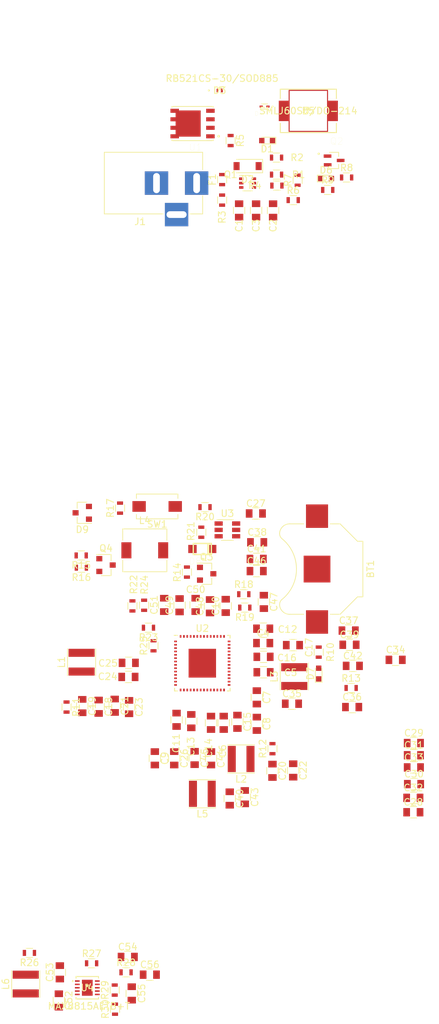
<source format=kicad_pcb>
(kicad_pcb (version 20171130) (host pcbnew 5.0.2-bee76a0~70~ubuntu16.04.1)
  (layers (0 F.Cu signal) (31 B.Cu signal) (34 B.Paste user) (35 F.Paste user) (36 B.SilkS user) (37 F.SilkS user) (38 B.Mask user) (39 F.Mask user) (44 Edge.Cuts user))
  (net 0 "")
  (net 1 GND)
  (net 2 "Net-(C1-Pad1)")
  (net 3 "Net-(D1-Pad1)")
  (net 4 "Net-(D2-Pad1)")
  (net 5 "Net-(D3-Pad1)")
  (net 6 "Net-(F1-Pad2)")
  (net 7 "Net-(F1-Pad1)")
  (net 8 "Net-(Q1-Pad2)")
  (net 9 "Net-(Q1-Pad5)")
  (net 10 "Net-(D1-Pad2)")
  (net 11 "Net-(D3-Pad2)")
  (net 12 "Net-(D4-Pad1)")
  (net 13 "Net-(D6-Pad2)")
  (net 14 "Net-(Q2-Pad1)")
  (net 15 "Net-(R6-Pad2)")
  (net 16 "Net-(BT1-Pad1)")
  (net 17 "Net-(C4-Pad1)")
  (net 18 "Net-(C5-Pad1)")
  (net 19 "Net-(C6-Pad1)")
  (net 20 "Net-(C7-Pad2)")
  (net 21 "Net-(C7-Pad1)")
  (net 22 "Net-(C9-Pad1)")
  (net 23 "Net-(C10-Pad1)")
  (net 24 "Net-(C11-Pad1)")
  (net 25 "Net-(C13-Pad1)")
  (net 26 "Net-(C14-Pad1)")
  (net 27 "Net-(C15-Pad1)")
  (net 28 "Net-(C16-Pad1)")
  (net 29 "Net-(C17-Pad1)")
  (net 30 "Net-(D7-Pad2)")
  (net 31 "Net-(C18-Pad1)")
  (net 32 "Net-(C20-Pad1)")
  (net 33 "Net-(C24-Pad1)")
  (net 34 "Net-(C25-Pad1)")
  (net 35 "Net-(C26-Pad1)")
  (net 36 "Net-(C28-Pad1)")
  (net 37 "Net-(C34-Pad1)")
  (net 38 "Net-(C35-Pad1)")
  (net 39 "Net-(C36-Pad1)")
  (net 40 "Net-(C38-Pad1)")
  (net 41 "Net-(C40-Pad1)")
  (net 42 "Net-(C44-Pad1)")
  (net 43 "Net-(C46-Pad1)")
  (net 44 "Net-(C47-Pad1)")
  (net 45 "Net-(C48-Pad1)")
  (net 46 "Net-(C49-Pad1)")
  (net 47 "Net-(C50-Pad1)")
  (net 48 "Net-(C51-Pad1)")
  (net 49 "Net-(L1-Pad2)")
  (net 50 "Net-(L2-Pad2)")
  (net 51 "Net-(L3-Pad2)")
  (net 52 "Net-(L5-Pad2)")
  (net 53 "Net-(Q3-Pad1)")
  (net 54 "Net-(Q3-Pad2)")
  (net 55 "Net-(Q4-Pad1)")
  (net 56 "Net-(D9-Pad3)")
  (net 57 "Net-(R18-Pad1)")
  (net 58 "Net-(R20-Pad1)")
  (net 59 "Net-(D9-Pad1)")
  (net 60 "Net-(R21-Pad1)")
  (net 61 "Net-(R22-Pad1)")
  (net 62 "Net-(R23-Pad1)")
  (net 63 "Net-(R25-Pad1)")
  (net 64 "Net-(C52-Pad1)")
  (net 65 "Net-(C54-Pad1)")
  (net 66 "Net-(C55-Pad1)")
  (net 67 "Net-(L6-Pad2)")
  (net 68 "Net-(R26-Pad2)")
  (net 69 "Net-(R27-Pad2)")
  (net 70 "Net-(R29-Pad1)")
  (net 71 "Net-(D8-Pad2)")
  (module Connectors:BARREL_JACK (layer F.Cu) (at 60.8 54.78)
    (fp_text reference J1 (at -8.45 5.75 180) (layer F.SilkS))
    (fp_text value 5V)
    (pad 3 thru_hole rect (at -3 4.7) (size 3.5 3.5) (drill oval 3 1) (layers *.Cu *.Mask) (net 1 GND))
    (pad 2 thru_hole rect (at -6 0) (size 3.5 3.5) (drill oval 1 3) (layers *.Cu *.Mask) (net 1 GND))
    (pad 1 thru_hole rect (at 0 0) (size 3.5 3.5) (drill oval 1 3) (layers *.Cu *.Mask) (net 7 "Net-(F1-Pad1)"))
  )
  (module Capacitors_SMD:C_0805 (layer F.Cu) (at 67.15 58.86 270)
    (fp_text reference C1 (at 2.27 0 270) (layer F.SilkS))
    (fp_text value 100uF)
    (pad 2 smd rect (at 1 0 270) (size 1 1.25) (layers F.Cu F.Paste F.Mask) (net 1 GND))
    (pad 1 smd rect (at -1 0 270) (size 1 1.25) (layers F.Cu F.Paste F.Mask) (net 2 "Net-(C1-Pad1)"))
  )
  (module Capacitors_SMD:C_0805 (layer F.Cu) (at 72.23 58.86 270)
    (fp_text reference C2 (at 2.27 0 270) (layer F.SilkS))
    (fp_text value 10uF)
    (pad 1 smd rect (at -1 0 270) (size 1 1.25) (layers F.Cu F.Paste F.Mask) (net 2 "Net-(C1-Pad1)"))
    (pad 2 smd rect (at 1 0 270) (size 1 1.25) (layers F.Cu F.Paste F.Mask) (net 1 GND))
  )
  (module Capacitors_SMD:C_0805 (layer F.Cu) (at 69.69 58.86 270)
    (fp_text reference C3 (at 2.27 0 270) (layer F.SilkS))
    (fp_text value 1uF)
    (pad 2 smd rect (at 1 0 270) (size 1 1.25) (layers F.Cu F.Paste F.Mask) (net 1 GND))
    (pad 1 smd rect (at -1 0 270) (size 1 1.25) (layers F.Cu F.Paste F.Mask) (net 2 "Net-(C1-Pad1)"))
  )
  (module Resistors_SMD:R_0603 (layer F.Cu) (at 64.61 54.26 90)
    (fp_text reference F1 (at 0 -1.45 90) (layer F.SilkS))
    (fp_text value "F500  ")
    (pad 2 smd rect (at 0.75 0 90) (size 0.5 0.9) (layers F.Cu F.Paste F.Mask) (net 6 "Net-(F1-Pad2)"))
    (pad 1 smd rect (at -0.75 0 90) (size 0.5 0.9) (layers F.Cu F.Paste F.Mask) (net 7 "Net-(F1-Pad1)"))
  )
  (module Resistors_SMD:R_0603 (layer F.Cu) (at 72.75 53.51)
    (fp_text reference R1 (at 3.29 0) (layer F.SilkS))
    (fp_text value 2.7K)
    (pad 2 smd rect (at 0.75 0) (size 0.5 0.9) (layers F.Cu F.Paste F.Mask) (net 4 "Net-(D2-Pad1)"))
    (pad 1 smd rect (at -0.75 0) (size 0.5 0.9) (layers F.Cu F.Paste F.Mask) (net 6 "Net-(F1-Pad2)"))
  )
  (module Resistors_SMD:R_0603 (layer F.Cu) (at 72.75 50.97 180)
    (fp_text reference R2 (at -3.06 0 180) (layer F.SilkS))
    (fp_text value 100K)
    (pad 1 smd rect (at -0.75 0 180) (size 0.5 0.9) (layers F.Cu F.Paste F.Mask))
    (pad 2 smd rect (at 0.75 0 180) (size 0.5 0.9) (layers F.Cu F.Paste F.Mask) (net 14 "Net-(Q2-Pad1)"))
  )
  (module Resistors_SMD:R_0603 (layer F.Cu) (at 64.61 57.32 270)
    (fp_text reference R3 (at 2.54 0 270) (layer F.SilkS))
    (fp_text value 10K)
    (pad 2 smd rect (at 0.75 0 270) (size 0.5 0.9) (layers F.Cu F.Paste F.Mask) (net 8 "Net-(Q1-Pad2)"))
    (pad 1 smd rect (at -0.75 0 270) (size 0.5 0.9) (layers F.Cu F.Paste F.Mask) (net 4 "Net-(D2-Pad1)"))
  )
  (module Resistors_SMD:R_0603 (layer F.Cu) (at 72.8 55.15 180)
    (fp_text reference R4 (at 3.29 0 180) (layer F.SilkS))
    (fp_text value 100K)
    (pad 1 smd rect (at -0.75 0 180) (size 0.5 0.9) (layers F.Cu F.Paste F.Mask) (net 14 "Net-(Q2-Pad1)"))
    (pad 2 smd rect (at 0.75 0 180) (size 0.5 0.9) (layers F.Cu F.Paste F.Mask) (net 1 GND))
  )
  (module Resistors_SMD:R_0603 (layer F.Cu) (at 65.88 48.43 270)
    (fp_text reference R5 (at 0 -1.45 270) (layer F.SilkS))
    (fp_text value 1.8K)
    (pad 2 smd rect (at 0.75 0 270) (size 0.5 0.9) (layers F.Cu F.Paste F.Mask) (net 10 "Net-(D1-Pad2)"))
    (pad 1 smd rect (at -0.75 0 270) (size 0.5 0.9) (layers F.Cu F.Paste F.Mask))
  )
  (module Resistors_SMD:R_0603 (layer F.Cu) (at 75.24 57.32)
    (fp_text reference R6 (at 0 -1.45) (layer F.SilkS))
    (fp_text value 2.7K)
    (pad 1 smd rect (at -0.75 0) (size 0.5 0.9) (layers F.Cu F.Paste F.Mask) (net 6 "Net-(F1-Pad2)"))
    (pad 2 smd rect (at 0.75 0) (size 0.5 0.9) (layers F.Cu F.Paste F.Mask) (net 15 "Net-(R6-Pad2)"))
  )
  (module footprint_IMX:TRANS_FDMS0300S (layer F.Cu) (at 60.19 45.89 180)
    (fp_text reference U1 (at -0.4254 -3.53829 180) (layer F.SilkS) (effects (font (size 1.000929 1.000929) (thickness 0.015))))
    (fp_text value FDMS6681Z)
    (pad 1 smd rect (at -2.67 -1.905 180) (size 1.27 0.61) (layers F.Cu F.Paste F.Mask) (net 6 "Net-(F1-Pad2)"))
    (pad 2 smd rect (at -2.67 -0.635 180) (size 1.27 0.61) (layers F.Cu F.Paste F.Mask) (net 6 "Net-(F1-Pad2)"))
    (pad 3 smd rect (at -2.67 0.635 180) (size 1.27 0.61) (layers F.Cu F.Paste F.Mask) (net 6 "Net-(F1-Pad2)"))
    (pad 4 smd rect (at -2.67 1.905 180) (size 1.27 0.61) (layers F.Cu F.Paste F.Mask) (net 5 "Net-(D3-Pad1)"))
    (pad 5 smd rect (at 2.67 1.905 180) (size 1.27 0.61) (layers F.Cu F.Paste F.Mask) (net 12 "Net-(D4-Pad1)"))
    (pad 6 smd rect (at 2.67 0.635 180) (size 1.27 0.61) (layers F.Cu F.Paste F.Mask))
    (pad 7 smd rect (at 2.67 -0.635 180) (size 1.27 0.61) (layers F.Cu F.Paste F.Mask))
    (pad 8 smd rect (at 2.67 -1.905 180) (size 1.27 0.61) (layers F.Cu F.Paste F.Mask))
    (pad 9 smd rect (at 0.66 0 180) (size 3.75 3.91) (layers F.Cu F.Paste F.Mask))
  )
  (module TO_SOT_Packages_SMD:SOT-363_SC-70-6 (layer F.Cu) (at 68.42 54.78)
    (fp_text reference Q1 (at -2.54 -1.27) (layer F.SilkS))
    (fp_text value MBT3906DW1)
    (pad 6 smd rect (at 0.95 -0.65) (size 0.65 0.4) (layers F.Cu F.Paste F.Mask) (net 6 "Net-(F1-Pad2)"))
    (pad 4 smd rect (at 0.95 0.65) (size 0.65 0.4) (layers F.Cu F.Paste F.Mask) (net 5 "Net-(D3-Pad1)"))
    (pad 2 smd rect (at -0.95 0) (size 0.65 0.4) (layers F.Cu F.Paste F.Mask) (net 8 "Net-(Q1-Pad2)"))
    (pad 5 smd rect (at 0.95 0) (size 0.65 0.4) (layers F.Cu F.Paste F.Mask) (net 9 "Net-(Q1-Pad5)"))
    (pad 3 smd rect (at -0.95 0.65) (size 0.65 0.4) (layers F.Cu F.Paste F.Mask) (net 6 "Net-(F1-Pad2)"))
    (pad 1 smd rect (at -0.95 -0.65) (size 0.65 0.4) (layers F.Cu F.Paste F.Mask) (net 11 "Net-(D3-Pad2)"))
  )
  (module LEDs:LED_0603 (layer F.Cu) (at 80.15 54.1)
    (fp_text reference D6 (at 0 -1.25) (layer F.SilkS))
    (fp_text value GREEN)
    (pad 1 smd rect (at -0.8 0 180) (size 0.8 0.8) (layers F.Cu F.Paste F.Mask) (net 1 GND))
    (pad 2 smd rect (at 0.8 0 180) (size 0.8 0.8) (layers F.Cu F.Paste F.Mask) (net 13 "Net-(D6-Pad2)"))
  )
  (module footprint_IMX:SOT65P220X100-3N (layer F.Cu) (at 81.35 51.4)
    (fp_text reference Q2 (at 0.39041 -2.87097) (layer F.SilkS) (effects (font (thickness 0.015))))
    (fp_text value NTS4001NT1G)
    (pad 1 smd rect (at -0.98 -0.65) (size 1.15 0.5) (layers F.Cu F.Paste F.Mask) (net 14 "Net-(Q2-Pad1)"))
    (pad 2 smd rect (at -0.96 0.65) (size 1.15 0.5) (layers F.Cu F.Paste F.Mask) (net 1 GND))
    (pad 3 smd rect (at 0.98 0) (size 1.15 0.5) (layers F.Cu F.Paste F.Mask) (net 3 "Net-(D1-Pad1)"))
  )
  (module Resistors_SMD:R_0603 (layer F.Cu) (at 75.9 54.35 90)
    (fp_text reference R7 (at 0 -1.45 90) (layer F.SilkS))
    (fp_text value 10K)
    (pad 2 smd rect (at 0.75 0 90) (size 0.5 0.9) (layers F.Cu F.Paste F.Mask) (net 9 "Net-(Q1-Pad5)"))
    (pad 1 smd rect (at -0.75 0 90) (size 0.5 0.9) (layers F.Cu F.Paste F.Mask) (net 15 "Net-(R6-Pad2)"))
  )
  (module Resistors_SMD:R_0603 (layer F.Cu) (at 83.225001 53.940001)
    (fp_text reference R8 (at 0 -1.45) (layer F.SilkS))
    (fp_text value 470K)
    (pad 1 smd rect (at -0.75 0) (size 0.5 0.9) (layers F.Cu F.Paste F.Mask) (net 5 "Net-(D3-Pad1)"))
    (pad 2 smd rect (at 0.75 0) (size 0.5 0.9) (layers F.Cu F.Paste F.Mask) (net 1 GND))
  )
  (module Resistors_SMD:R_0603 (layer F.Cu) (at 80.4 55.8)
    (fp_text reference R9 (at 0 -1.45) (layer F.SilkS))
    (fp_text value 820)
    (pad 2 smd rect (at 0.75 0) (size 0.5 0.9) (layers F.Cu F.Paste F.Mask) (net 13 "Net-(D6-Pad2)"))
    (pad 1 smd rect (at -0.75 0) (size 0.5 0.9) (layers F.Cu F.Paste F.Mask) (net 2 "Net-(C1-Pad1)"))
  )
  (module LEDs:LED_0603 (layer F.Cu) (at 71.34 48.43 180)
    (fp_text reference D1 (at 0 -1.25 180) (layer F.SilkS))
    (fp_text value GREEN)
    (pad 1 smd rect (at -0.8 0) (size 0.8 0.8) (layers F.Cu F.Paste F.Mask) (net 3 "Net-(D1-Pad1)"))
    (pad 2 smd rect (at 0.8 0) (size 0.8 0.8) (layers F.Cu F.Paste F.Mask) (net 10 "Net-(D1-Pad2)"))
  )
  (module Diodes_SMD:D_SOD-123 (layer F.Cu) (at 68.42 52.24 180)
    (fp_text reference D2 (at 0 -2 180) (layer F.SilkS))
    (fp_text value MMSZ5231BT1G)
    (pad 2 smd rect (at 1.65 0 180) (size 0.9 1.2) (layers F.Cu F.Paste F.Mask) (net 1 GND))
    (pad 1 smd rect (at -1.65 0 180) (size 0.9 1.2) (layers F.Cu F.Paste F.Mask) (net 4 "Net-(D2-Pad1)"))
  )
  (module footprint_IMX:RB521CS30L_315 (layer F.Cu) (at 64.25 40.95)
    (fp_text reference D3 (at 0 0) (layer F.SilkS))
    (fp_text value RB521CS-30/SOD885 (at 0.35 -1.8) (layer F.SilkS))
    (fp_text user * (at 0 0) (layer F.SilkS))
    (pad 1 smd rect (at -0.3175 0) (size 0.3048 0.5588) (layers F.Cu F.Paste F.Mask) (net 5 "Net-(D3-Pad1)"))
    (pad 2 smd rect (at 0.3175 0) (size 0.3048 0.5588) (layers F.Cu F.Paste F.Mask) (net 11 "Net-(D3-Pad2)"))
  )
  (module footprint_IMX:SODFL1006X40N (layer F.Cu) (at 70.96 43.35 180)
    (fp_text reference D4 (at 0.88089 -1.065031 180) (layer F.SilkS) (effects (font (size 0.64 0.64) (thickness 0.015))))
    (fp_text value ESD9L5/SOD-923)
    (pad 1 smd rect (at -0.5 0 180) (size 0.5 0.3) (layers F.Cu F.Paste F.Mask) (net 12 "Net-(D4-Pad1)"))
    (pad 2 smd rect (at 0.5 0 180) (size 0.5 0.3) (layers F.Cu F.Paste F.Mask) (net 1 GND))
  )
  (module footprint_IMX:SMLJ60S1-TP (layer F.Cu) (at 77.5 44 180)
    (fp_text reference D5 (at 0 0 180) (layer F.SilkS))
    (fp_text value SMLJ60S6/DO-214 (at 0 0 180) (layer F.SilkS))
    (fp_text user * (at 0 0 180) (layer F.SilkS))
    (fp_line (start -2.8702 -3.0607) (end 2.8702 -3.0607) (layer F.Cu) (width 0.1524))
    (fp_line (start 2.8702 -3.0607) (end 2.8702 3.0607) (layer F.Cu) (width 0.1524))
    (fp_line (start 2.8702 3.0607) (end -2.8702 3.0607) (layer F.Cu) (width 0.1524))
    (fp_line (start -2.8702 3.0607) (end -2.8702 -3.0607) (layer F.Cu) (width 0.1524))
    (pad 1 smd rect (at -3.6703 0 180) (size 1.4986 3.048) (layers F.Cu F.Paste F.Mask) (net 2 "Net-(C1-Pad1)"))
    (pad 2 smd rect (at 3.6703 0 180) (size 1.4986 3.048) (layers F.Cu F.Paste F.Mask) (net 12 "Net-(D4-Pad1)"))
  )
  (module footprint_IMX:QFN-56_EP_8x8_Pitch0.5mm (layer F.Cu) (at 61.65 126.45)
    (fp_text reference U2 (at 0 -5.2) (layer F.SilkS))
    (fp_text value MMPF0100)
    (pad 1 smd rect (at -4 -3.25 90) (size 0.25 0.4) (layers F.Cu F.Paste F.Mask) (net 62 "Net-(R23-Pad1)"))
    (pad 2 smd rect (at -4 -2.75 90) (size 0.25 0.4) (layers F.Cu F.Paste F.Mask))
    (pad 3 smd rect (at -4 -2.25 90) (size 0.25 0.4) (layers F.Cu F.Paste F.Mask))
    (pad 4 smd rect (at -4 -1.75 90) (size 0.25 0.4) (layers F.Cu F.Paste F.Mask) (net 63 "Net-(R25-Pad1)"))
    (pad 5 smd rect (at -4 -1.25 90) (size 0.25 0.4) (layers F.Cu F.Paste F.Mask) (net 1 GND))
    (pad 6 smd rect (at -4 -0.75 90) (size 0.25 0.4) (layers F.Cu F.Paste F.Mask))
    (pad 7 smd rect (at -4 -0.25 90) (size 0.25 0.4) (layers F.Cu F.Paste F.Mask) (net 1 GND))
    (pad 8 smd rect (at -4 0.25 90) (size 0.25 0.4) (layers F.Cu F.Paste F.Mask) (net 49 "Net-(L1-Pad2)"))
    (pad 9 smd rect (at -4 0.75 90) (size 0.25 0.4) (layers F.Cu F.Paste F.Mask) (net 49 "Net-(L1-Pad2)"))
    (pad 10 smd rect (at -4 1.25 90) (size 0.25 0.4) (layers F.Cu F.Paste F.Mask) (net 34 "Net-(C25-Pad1)"))
    (pad 11 smd rect (at -4 1.75 90) (size 0.25 0.4) (layers F.Cu F.Paste F.Mask) (net 49 "Net-(L1-Pad2)"))
    (pad 12 smd rect (at -4 2.25 90) (size 0.25 0.4) (layers F.Cu F.Paste F.Mask) (net 33 "Net-(C24-Pad1)"))
    (pad 13 smd rect (at -4 2.75 90) (size 0.25 0.4) (layers F.Cu F.Paste F.Mask))
    (pad 14 smd rect (at -4 3.25 90) (size 0.25 0.4) (layers F.Cu F.Paste F.Mask) (net 1 GND))
    (pad 15 smd rect (at -3.25 4) (size 0.25 0.4) (layers F.Cu F.Paste F.Mask))
    (pad 16 smd rect (at -2.75 4) (size 0.25 0.4) (layers F.Cu F.Paste F.Mask) (net 24 "Net-(C11-Pad1)"))
    (pad 17 smd rect (at -2.25 4) (size 0.25 0.4) (layers F.Cu F.Paste F.Mask) (net 22 "Net-(C9-Pad1)"))
    (pad 18 smd rect (at -1.75 4) (size 0.25 0.4) (layers F.Cu F.Paste F.Mask) (net 25 "Net-(C13-Pad1)"))
    (pad 19 smd rect (at -1.25 4) (size 0.25 0.4) (layers F.Cu F.Paste F.Mask))
    (pad 20 smd rect (at -0.75 4) (size 0.25 0.4) (layers F.Cu F.Paste F.Mask) (net 42 "Net-(C44-Pad1)"))
    (pad 21 smd rect (at -0.25 4) (size 0.25 0.4) (layers F.Cu F.Paste F.Mask) (net 52 "Net-(L5-Pad2)"))
    (pad 22 smd rect (at 0.25 4) (size 0.25 0.4) (layers F.Cu F.Paste F.Mask) (net 50 "Net-(L2-Pad2)"))
    (pad 23 smd rect (at 0.75 4) (size 0.25 0.4) (layers F.Cu F.Paste F.Mask) (net 35 "Net-(C26-Pad1)"))
    (pad 24 smd rect (at 1.25 4) (size 0.25 0.4) (layers F.Cu F.Paste F.Mask) (net 1 GND))
    (pad 25 smd rect (at 1.75 4) (size 0.25 0.4) (layers F.Cu F.Paste F.Mask) (net 1 GND))
    (pad 26 smd rect (at 2.25 4) (size 0.25 0.4) (layers F.Cu F.Paste F.Mask) (net 26 "Net-(C14-Pad1)"))
    (pad 27 smd rect (at 2.75 4) (size 0.25 0.4) (layers F.Cu F.Paste F.Mask) (net 19 "Net-(C6-Pad1)"))
    (pad 28 smd rect (at 3.25 4) (size 0.25 0.4) (layers F.Cu F.Paste F.Mask) (net 27 "Net-(C15-Pad1)"))
    (pad 29 smd rect (at 4 3.25 90) (size 0.25 0.4) (layers F.Cu F.Paste F.Mask) (net 20 "Net-(C7-Pad2)"))
    (pad 30 smd rect (at 4 2.75 90) (size 0.25 0.4) (layers F.Cu F.Paste F.Mask) (net 21 "Net-(C7-Pad1)"))
    (pad 31 smd rect (at 4 2.25 90) (size 0.25 0.4) (layers F.Cu F.Paste F.Mask) (net 18 "Net-(C5-Pad1)"))
    (pad 32 smd rect (at 4 1.75 90) (size 0.25 0.4) (layers F.Cu F.Paste F.Mask) (net 1 GND))
    (pad 33 smd rect (at 4 1.25 90) (size 0.25 0.4) (layers F.Cu F.Paste F.Mask))
    (pad 34 smd rect (at 4 0.75 90) (size 0.25 0.4) (layers F.Cu F.Paste F.Mask) (net 38 "Net-(C35-Pad1)"))
    (pad 35 smd rect (at 4 0.25 90) (size 0.25 0.4) (layers F.Cu F.Paste F.Mask) (net 51 "Net-(L3-Pad2)"))
    (pad 36 smd rect (at 4 -0.25 90) (size 0.25 0.4) (layers F.Cu F.Paste F.Mask) (net 51 "Net-(L3-Pad2)"))
    (pad 37 smd rect (at 4 -0.75 90) (size 0.25 0.4) (layers F.Cu F.Paste F.Mask) (net 37 "Net-(C34-Pad1)"))
    (pad 38 smd rect (at 4 -1.25 90) (size 0.25 0.4) (layers F.Cu F.Paste F.Mask))
    (pad 39 smd rect (at 4 -1.75 90) (size 0.25 0.4) (layers F.Cu F.Paste F.Mask) (net 28 "Net-(C16-Pad1)"))
    (pad 40 smd rect (at 4 -2.25 90) (size 0.25 0.4) (layers F.Cu F.Paste F.Mask) (net 17 "Net-(C4-Pad1)"))
    (pad 41 smd rect (at 4 -2.75 90) (size 0.25 0.4) (layers F.Cu F.Paste F.Mask) (net 29 "Net-(C17-Pad1)"))
    (pad 42 smd rect (at 4 -3.25 90) (size 0.25 0.4) (layers F.Cu F.Paste F.Mask) (net 16 "Net-(BT1-Pad1)"))
    (pad 43 smd rect (at 3.25 -4) (size 0.25 0.4) (layers F.Cu F.Paste F.Mask) (net 23 "Net-(C10-Pad1)"))
    (pad 44 smd rect (at 2.75 -4) (size 0.25 0.4) (layers F.Cu F.Paste F.Mask))
    (pad 45 smd rect (at 2.25 -4) (size 0.25 0.4) (layers F.Cu F.Paste F.Mask) (net 40 "Net-(C38-Pad1)"))
    (pad 46 smd rect (at 1.75 -4) (size 0.25 0.4) (layers F.Cu F.Paste F.Mask))
    (pad 47 smd rect (at 1.25 -4) (size 0.25 0.4) (layers F.Cu F.Paste F.Mask) (net 57 "Net-(R18-Pad1)"))
    (pad 48 smd rect (at 0.75 -4) (size 0.25 0.4) (layers F.Cu F.Paste F.Mask) (net 1 GND))
    (pad 49 smd rect (at 0.25 -4) (size 0.25 0.4) (layers F.Cu F.Paste F.Mask) (net 45 "Net-(C48-Pad1)"))
    (pad 50 smd rect (at -0.25 -4) (size 0.25 0.4) (layers F.Cu F.Paste F.Mask) (net 48 "Net-(C51-Pad1)"))
    (pad 51 smd rect (at -0.75 -4) (size 0.25 0.4) (layers F.Cu F.Paste F.Mask) (net 47 "Net-(C50-Pad1)"))
    (pad 52 smd rect (at -1.25 -4) (size 0.25 0.4) (layers F.Cu F.Paste F.Mask) (net 46 "Net-(C49-Pad1)"))
    (pad 53 smd rect (at -1.75 -4) (size 0.25 0.4) (layers F.Cu F.Paste F.Mask))
    (pad 54 smd rect (at -2.25 -4) (size 0.25 0.4) (layers F.Cu F.Paste F.Mask))
    (pad 55 smd rect (at -2.75 -4) (size 0.25 0.4) (layers F.Cu F.Paste F.Mask))
    (pad 56 smd rect (at -3.25 -4) (size 0.25 0.4) (layers F.Cu F.Paste F.Mask) (net 61 "Net-(R22-Pad1)"))
    (pad 57 smd rect (at 0 0) (size 4.099999 4.3) (layers F.Cu F.Paste F.Mask))
  )
  (module Battery_Holders:Keystone_3000_1x12mm-CoinCell (layer F.Cu) (at 78.8 112.4 270)
    (fp_text reference BT1 (at 0 -8 270) (layer F.SilkS))
    (fp_text value Battery_Cell)
    (pad 2 smd rect (at 0 0 270) (size 4 4) (layers F.Cu F.Mask) (net 1 GND))
    (pad 1 smd rect (at 7.9 0 270) (size 3.5 3.3) (layers F.Cu F.Paste F.Mask) (net 16 "Net-(BT1-Pad1)"))
    (pad 1 smd rect (at -7.9 0 270) (size 3.5 3.3) (layers F.Cu F.Paste F.Mask) (net 16 "Net-(BT1-Pad1)"))
  )
  (module Capacitors_SMD:C_0805 (layer F.Cu) (at 70.75 123.45)
    (fp_text reference C4 (at 0 -1.5) (layer F.SilkS))
    (fp_text value 0.47uF)
    (pad 1 smd rect (at -1 0) (size 1 1.25) (layers F.Cu F.Paste F.Mask) (net 17 "Net-(C4-Pad1)"))
    (pad 2 smd rect (at 1 0) (size 1 1.25) (layers F.Cu F.Paste F.Mask) (net 1 GND))
  )
  (module Capacitors_SMD:C_0805 (layer F.Cu) (at 70.8 127.8)
    (fp_text reference C5 (at 4.05 0.05) (layer F.SilkS))
    (fp_text value 1.0uF)
    (pad 1 smd rect (at -1 0) (size 1 1.25) (layers F.Cu F.Paste F.Mask) (net 18 "Net-(C5-Pad1)"))
    (pad 2 smd rect (at 1 0) (size 1 1.25) (layers F.Cu F.Paste F.Mask) (net 1 GND))
  )
  (module Capacitors_SMD:C_0805 (layer F.Cu) (at 64.85 135.35 270)
    (fp_text reference C6 (at 4.2 0.15 270) (layer F.SilkS))
    (fp_text value 0.47uF)
    (pad 2 smd rect (at 1 0 270) (size 1 1.25) (layers F.Cu F.Paste F.Mask) (net 1 GND))
    (pad 1 smd rect (at -1 0 270) (size 1 1.25) (layers F.Cu F.Paste F.Mask) (net 19 "Net-(C6-Pad1)"))
  )
  (module Capacitors_SMD:C_0805 (layer F.Cu) (at 69.8 131.55 270)
    (fp_text reference C7 (at 0 -1.5 270) (layer F.SilkS))
    (fp_text value 0.1uF)
    (pad 2 smd rect (at 1 0 270) (size 1 1.25) (layers F.Cu F.Paste F.Mask) (net 20 "Net-(C7-Pad2)"))
    (pad 1 smd rect (at -1 0 270) (size 1 1.25) (layers F.Cu F.Paste F.Mask) (net 21 "Net-(C7-Pad1)"))
  )
  (module Capacitors_SMD:C_0805 (layer F.Cu) (at 69.8 135.5 270)
    (fp_text reference C8 (at 0 -1.5 270) (layer F.SilkS))
    (fp_text value 0.1uF)
    (pad 1 smd rect (at -1 0 270) (size 1 1.25) (layers F.Cu F.Paste F.Mask) (net 20 "Net-(C7-Pad2)"))
    (pad 2 smd rect (at 1 0 270) (size 1 1.25) (layers F.Cu F.Paste F.Mask) (net 1 GND))
  )
  (module Capacitors_SMD:C_0805 (layer F.Cu) (at 54.55 140.65 270)
    (fp_text reference C9 (at 0 -1.5 270) (layer F.SilkS))
    (fp_text value 0.47uF)
    (pad 2 smd rect (at 1 0 270) (size 1 1.25) (layers F.Cu F.Paste F.Mask) (net 1 GND))
    (pad 1 smd rect (at -1 0 270) (size 1 1.25) (layers F.Cu F.Paste F.Mask) (net 22 "Net-(C9-Pad1)"))
  )
  (module Capacitors_SMD:C_0805 (layer F.Cu) (at 65.15 117.9 90)
    (fp_text reference C10 (at 0 -1.5 90) (layer F.SilkS))
    (fp_text value 0.47uF)
    (pad 2 smd rect (at 1 0 90) (size 1 1.25) (layers F.Cu F.Paste F.Mask) (net 1 GND))
    (pad 1 smd rect (at -1 0 90) (size 1 1.25) (layers F.Cu F.Paste F.Mask) (net 23 "Net-(C10-Pad1)"))
  )
  (module Capacitors_SMD:C_0805 (layer F.Cu) (at 57.8 134.9 270)
    (fp_text reference C11 (at 3.5 0.05 270) (layer F.SilkS))
    (fp_text value 4.7uF)
    (pad 2 smd rect (at 1 0 270) (size 1 1.25) (layers F.Cu F.Paste F.Mask) (net 1 GND))
    (pad 1 smd rect (at -1 0 270) (size 1 1.25) (layers F.Cu F.Paste F.Mask) (net 24 "Net-(C11-Pad1)"))
  )
  (module Capacitors_SMD:C_0805 (layer F.Cu) (at 70.75 121.3)
    (fp_text reference C12 (at 3.65 0.1) (layer F.SilkS))
    (fp_text value 0.1uF)
    (pad 1 smd rect (at -1 0) (size 1 1.25) (layers F.Cu F.Paste F.Mask) (net 16 "Net-(BT1-Pad1)"))
    (pad 2 smd rect (at 1 0) (size 1 1.25) (layers F.Cu F.Paste F.Mask) (net 1 GND))
  )
  (module Capacitors_SMD:C_0805 (layer F.Cu) (at 60 135.1 270)
    (fp_text reference C13 (at 3.8 0.05 270) (layer F.SilkS))
    (fp_text value 4.7uF)
    (pad 1 smd rect (at -1 0 270) (size 1 1.25) (layers F.Cu F.Paste F.Mask) (net 25 "Net-(C13-Pad1)"))
    (pad 2 smd rect (at 1 0 270) (size 1 1.25) (layers F.Cu F.Paste F.Mask) (net 1 GND))
  )
  (module Capacitors_SMD:C_0805 (layer F.Cu) (at 62.95 135.35 270)
    (fp_text reference C14 (at 3.75 0.35 270) (layer F.SilkS))
    (fp_text value 4.7uF)
    (pad 2 smd rect (at 1 0 270) (size 1 1.25) (layers F.Cu F.Paste F.Mask) (net 1 GND))
    (pad 1 smd rect (at -1 0 270) (size 1 1.25) (layers F.Cu F.Paste F.Mask) (net 26 "Net-(C14-Pad1)"))
  )
  (module Capacitors_SMD:C_0805 (layer F.Cu) (at 66.9 135.2 270)
    (fp_text reference C15 (at 0 -1.5 270) (layer F.SilkS))
    (fp_text value 4.7uF)
    (pad 1 smd rect (at -1 0 270) (size 1 1.25) (layers F.Cu F.Paste F.Mask) (net 27 "Net-(C15-Pad1)"))
    (pad 2 smd rect (at 1 0 270) (size 1 1.25) (layers F.Cu F.Paste F.Mask) (net 1 GND))
  )
  (module Capacitors_SMD:C_0805 (layer F.Cu) (at 70.8 125.5)
    (fp_text reference C16 (at 3.5 0.15) (layer F.SilkS))
    (fp_text value 4.7uF)
    (pad 1 smd rect (at -1 0) (size 1 1.25) (layers F.Cu F.Paste F.Mask) (net 28 "Net-(C16-Pad1)"))
    (pad 2 smd rect (at 1 0) (size 1 1.25) (layers F.Cu F.Paste F.Mask) (net 1 GND))
  )
  (module Capacitors_SMD:C_0805 (layer F.Cu) (at 75.2 123.75 180)
    (fp_text reference C17 (at -2.4 -0.35 90) (layer F.SilkS))
    (fp_text value 4.7uF)
    (pad 2 smd rect (at 1 0 180) (size 1 1.25) (layers F.Cu F.Paste F.Mask) (net 1 GND))
    (pad 1 smd rect (at -1 0 180) (size 1 1.25) (layers F.Cu F.Paste F.Mask) (net 29 "Net-(C17-Pad1)"))
  )
  (module LEDs:LED_0603 (layer F.Cu) (at 79.05 128 90)
    (fp_text reference D7 (at 0 -1.25 90) (layer F.SilkS))
    (fp_text value GREEN)
    (pad 1 smd rect (at -0.8 0 270) (size 0.8 0.8) (layers F.Cu F.Paste F.Mask) (net 1 GND))
    (pad 2 smd rect (at 0.8 0 270) (size 0.8 0.8) (layers F.Cu F.Paste F.Mask) (net 30 "Net-(D7-Pad2)"))
  )
  (module Resistors_SMD:R_0603 (layer F.Cu) (at 79.05 124.8 90)
    (fp_text reference R10 (at 0 1.75 90) (layer F.SilkS))
    (fp_text value 270)
    (pad 2 smd rect (at 0.75 0 90) (size 0.5 0.9) (layers F.Cu F.Paste F.Mask) (net 29 "Net-(C17-Pad1)"))
    (pad 1 smd rect (at -0.75 0 90) (size 0.5 0.9) (layers F.Cu F.Paste F.Mask) (net 30 "Net-(D7-Pad2)"))
  )
  (module Capacitors_SMD:C_0805 (layer F.Cu) (at 46.15 132.95 270)
    (fp_text reference C18 (at 0 -1.5 270) (layer F.SilkS))
    (fp_text value 22uF)
    (pad 2 smd rect (at 1 0 270) (size 1 1.25) (layers F.Cu F.Paste F.Mask) (net 1 GND))
    (pad 1 smd rect (at -1 0 270) (size 1 1.25) (layers F.Cu F.Paste F.Mask) (net 31 "Net-(C18-Pad1)"))
  )
  (module Capacitors_SMD:C_0805 (layer F.Cu) (at 43.7 132.85 270)
    (fp_text reference C19 (at 0 -1.5 270) (layer F.SilkS))
    (fp_text value 22uF)
    (pad 1 smd rect (at -1 0 270) (size 1 1.25) (layers F.Cu F.Paste F.Mask) (net 31 "Net-(C18-Pad1)"))
    (pad 2 smd rect (at 1 0 270) (size 1 1.25) (layers F.Cu F.Paste F.Mask) (net 1 GND))
  )
  (module Capacitors_SMD:C_0805 (layer F.Cu) (at 72.137382 142.513343 270)
    (fp_text reference C20 (at 0 -1.5 270) (layer F.SilkS))
    (fp_text value 0.1uF)
    (pad 2 smd rect (at 1 0 270) (size 1 1.25) (layers F.Cu F.Paste F.Mask) (net 1 GND))
    (pad 1 smd rect (at -1 0 270) (size 1 1.25) (layers F.Cu F.Paste F.Mask) (net 32 "Net-(C20-Pad1)"))
  )
  (module Capacitors_SMD:C_0805 (layer F.Cu) (at 48.55 132.8 270)
    (fp_text reference C21 (at 0 -1.5 270) (layer F.SilkS))
    (fp_text value 22uF)
    (pad 2 smd rect (at 1 0 270) (size 1 1.25) (layers F.Cu F.Paste F.Mask) (net 1 GND))
    (pad 1 smd rect (at -1 0 270) (size 1 1.25) (layers F.Cu F.Paste F.Mask) (net 31 "Net-(C18-Pad1)"))
  )
  (module Capacitors_SMD:C_0805 (layer F.Cu) (at 75.237382 142.463343 270)
    (fp_text reference C22 (at 0 -1.5 270) (layer F.SilkS))
    (fp_text value 0.1uF)
    (pad 1 smd rect (at -1 0 270) (size 1 1.25) (layers F.Cu F.Paste F.Mask) (net 32 "Net-(C20-Pad1)"))
    (pad 2 smd rect (at 1 0 270) (size 1 1.25) (layers F.Cu F.Paste F.Mask) (net 1 GND))
  )
  (module Capacitors_SMD:C_0805 (layer F.Cu) (at 50.7 133 270)
    (fp_text reference C23 (at 0 -1.5 270) (layer F.SilkS))
    (fp_text value 22uF)
    (pad 1 smd rect (at -1 0 270) (size 1 1.25) (layers F.Cu F.Paste F.Mask) (net 31 "Net-(C18-Pad1)"))
    (pad 2 smd rect (at 1 0 270) (size 1 1.25) (layers F.Cu F.Paste F.Mask) (net 1 GND))
  )
  (module Capacitors_SMD:C_0805 (layer F.Cu) (at 50.6 128.5 180)
    (fp_text reference C24 (at 3.1 0.05 180) (layer F.SilkS))
    (fp_text value 4.7uF)
    (pad 2 smd rect (at 1 0 180) (size 1 1.25) (layers F.Cu F.Paste F.Mask) (net 1 GND))
    (pad 1 smd rect (at -1 0 180) (size 1 1.25) (layers F.Cu F.Paste F.Mask) (net 33 "Net-(C24-Pad1)"))
  )
  (module Capacitors_SMD:C_0805 (layer F.Cu) (at 50.65 126.4 180)
    (fp_text reference C25 (at 3.1 -0.05 180) (layer F.SilkS))
    (fp_text value 4.7uF)
    (pad 1 smd rect (at -1 0 180) (size 1 1.25) (layers F.Cu F.Paste F.Mask) (net 34 "Net-(C25-Pad1)"))
    (pad 2 smd rect (at 1 0 180) (size 1 1.25) (layers F.Cu F.Paste F.Mask) (net 1 GND))
  )
  (module Capacitors_SMD:C_0805 (layer F.Cu) (at 57.45 140.65 270)
    (fp_text reference C26 (at 0 -1.5 270) (layer F.SilkS))
    (fp_text value 4.7uF)
    (pad 2 smd rect (at 1 0 270) (size 1 1.25) (layers F.Cu F.Paste F.Mask) (net 1 GND))
    (pad 1 smd rect (at -1 0 270) (size 1 1.25) (layers F.Cu F.Paste F.Mask) (net 35 "Net-(C26-Pad1)"))
  )
  (module Capacitors_SMD:C_0805 (layer F.Cu) (at 69.65 104.1)
    (fp_text reference C27 (at 0 -1.5) (layer F.SilkS))
    (fp_text value 4.7uF)
    (pad 2 smd rect (at 1 0) (size 1 1.25) (layers F.Cu F.Paste F.Mask) (net 1 GND))
    (pad 1 smd rect (at -1 0) (size 1 1.25) (layers F.Cu F.Paste F.Mask))
  )
  (module Capacitors_SMD:C_0805 (layer F.Cu) (at 93.2 148.7)
    (fp_text reference C28 (at 0 -1.5) (layer F.SilkS))
    (fp_text value 0.1uF)
    (pad 1 smd rect (at -1 0) (size 1 1.25) (layers F.Cu F.Paste F.Mask) (net 36 "Net-(C28-Pad1)"))
    (pad 2 smd rect (at 1 0) (size 1 1.25) (layers F.Cu F.Paste F.Mask) (net 1 GND))
  )
  (module Capacitors_SMD:C_0805 (layer F.Cu) (at 93.275001 138.370001)
    (fp_text reference C29 (at 0 -1.5) (layer F.SilkS))
    (fp_text value 0.1uF)
    (pad 2 smd rect (at 1 0) (size 1 1.25) (layers F.Cu F.Paste F.Mask) (net 1 GND))
    (pad 1 smd rect (at -1 0) (size 1 1.25) (layers F.Cu F.Paste F.Mask) (net 36 "Net-(C28-Pad1)"))
  )
  (module Capacitors_SMD:C_0805 (layer F.Cu) (at 93.3 144.5)
    (fp_text reference C30 (at 0 -1.5) (layer F.SilkS))
    (fp_text value 0.1uF)
    (pad 1 smd rect (at -1 0) (size 1 1.25) (layers F.Cu F.Paste F.Mask) (net 36 "Net-(C28-Pad1)"))
    (pad 2 smd rect (at 1 0) (size 1 1.25) (layers F.Cu F.Paste F.Mask) (net 1 GND))
  )
  (module Capacitors_SMD:C_0805 (layer F.Cu) (at 93.275001 140.190001)
    (fp_text reference C31 (at 0 -1.5) (layer F.SilkS))
    (fp_text value 0.1uF)
    (pad 2 smd rect (at 1 0) (size 1 1.25) (layers F.Cu F.Paste F.Mask) (net 1 GND))
    (pad 1 smd rect (at -1 0) (size 1 1.25) (layers F.Cu F.Paste F.Mask) (net 36 "Net-(C28-Pad1)"))
  )
  (module Capacitors_SMD:C_0805 (layer F.Cu) (at 93.2 146.55)
    (fp_text reference C32 (at 0 -1.5) (layer F.SilkS))
    (fp_text value 0.1uF)
    (pad 1 smd rect (at -1 0) (size 1 1.25) (layers F.Cu F.Paste F.Mask) (net 36 "Net-(C28-Pad1)"))
    (pad 2 smd rect (at 1 0) (size 1 1.25) (layers F.Cu F.Paste F.Mask) (net 1 GND))
  )
  (module Capacitors_SMD:C_0805 (layer F.Cu) (at 93.275001 142.010001)
    (fp_text reference C33 (at 0 -1.5) (layer F.SilkS))
    (fp_text value 0.1uF)
    (pad 2 smd rect (at 1 0) (size 1 1.25) (layers F.Cu F.Paste F.Mask) (net 1 GND))
    (pad 1 smd rect (at -1 0) (size 1 1.25) (layers F.Cu F.Paste F.Mask) (net 36 "Net-(C28-Pad1)"))
  )
  (module Capacitors_SMD:C_0805 (layer F.Cu) (at 90.55 125.95)
    (fp_text reference C34 (at 0 -1.5) (layer F.SilkS))
    (fp_text value 4.7uF)
    (pad 1 smd rect (at -1 0) (size 1 1.25) (layers F.Cu F.Paste F.Mask) (net 37 "Net-(C34-Pad1)"))
    (pad 2 smd rect (at 1 0) (size 1 1.25) (layers F.Cu F.Paste F.Mask) (net 1 GND))
  )
  (module Capacitors_SMD:C_0805 (layer F.Cu) (at 75.05 132.5)
    (fp_text reference C35 (at 0 -1.5) (layer F.SilkS))
    (fp_text value 4.7uF)
    (pad 2 smd rect (at 1 0) (size 1 1.25) (layers F.Cu F.Paste F.Mask) (net 1 GND))
    (pad 1 smd rect (at -1 0) (size 1 1.25) (layers F.Cu F.Paste F.Mask) (net 38 "Net-(C35-Pad1)"))
  )
  (module Capacitors_SMD:C_0805 (layer F.Cu) (at 84.05 133)
    (fp_text reference C36 (at 0 -1.5) (layer F.SilkS))
    (fp_text value 22uF)
    (pad 1 smd rect (at -1 0) (size 1 1.25) (layers F.Cu F.Paste F.Mask) (net 39 "Net-(C36-Pad1)"))
    (pad 2 smd rect (at 1 0) (size 1 1.25) (layers F.Cu F.Paste F.Mask) (net 1 GND))
  )
  (module Capacitors_SMD:C_0805 (layer F.Cu) (at 83.525001 121.580001)
    (fp_text reference C37 (at 0 -1.5) (layer F.SilkS))
    (fp_text value 22uF)
    (pad 2 smd rect (at 1 0) (size 1 1.25) (layers F.Cu F.Paste F.Mask) (net 1 GND))
    (pad 1 smd rect (at -1 0) (size 1 1.25) (layers F.Cu F.Paste F.Mask) (net 39 "Net-(C36-Pad1)"))
  )
  (module Capacitors_SMD:C_0805 (layer F.Cu) (at 69.85 108.4)
    (fp_text reference C38 (at 0 -1.5) (layer F.SilkS))
    (fp_text value 4.7uF)
    (pad 1 smd rect (at -1 0) (size 1 1.25) (layers F.Cu F.Paste F.Mask) (net 40 "Net-(C38-Pad1)"))
    (pad 2 smd rect (at 1 0) (size 1 1.25) (layers F.Cu F.Paste F.Mask) (net 1 GND))
  )
  (module Capacitors_SMD:C_0805 (layer F.Cu) (at 83.65 123.7)
    (fp_text reference C39 (at 0 -1.5) (layer F.SilkS))
    (fp_text value 22uF)
    (pad 1 smd rect (at -1 0) (size 1 1.25) (layers F.Cu F.Paste F.Mask) (net 39 "Net-(C36-Pad1)"))
    (pad 2 smd rect (at 1 0) (size 1 1.25) (layers F.Cu F.Paste F.Mask) (net 1 GND))
  )
  (module Capacitors_SMD:C_0805 (layer F.Cu) (at 65.75 146.65 270)
    (fp_text reference C40 (at 0 -1.5 270) (layer F.SilkS))
    (fp_text value 4.7uF)
    (pad 1 smd rect (at -1 0 270) (size 1 1.25) (layers F.Cu F.Paste F.Mask) (net 41 "Net-(C40-Pad1)"))
    (pad 2 smd rect (at 1 0 270) (size 1 1.25) (layers F.Cu F.Paste F.Mask) (net 1 GND))
  )
  (module Capacitors_SMD:C_0805 (layer F.Cu) (at 69.775001 110.880001)
    (fp_text reference C41 (at 0 -1.5) (layer F.SilkS))
    (fp_text value 4.7uF)
    (pad 2 smd rect (at 1 0) (size 1 1.25) (layers F.Cu F.Paste F.Mask) (net 1 GND))
    (pad 1 smd rect (at -1 0) (size 1 1.25) (layers F.Cu F.Paste F.Mask) (net 40 "Net-(C38-Pad1)"))
  )
  (module Capacitors_SMD:C_0805 (layer F.Cu) (at 84.15 126.85)
    (fp_text reference C42 (at 0 -1.5) (layer F.SilkS))
    (fp_text value 22uF)
    (pad 1 smd rect (at -1 0) (size 1 1.25) (layers F.Cu F.Paste F.Mask) (net 39 "Net-(C36-Pad1)"))
    (pad 2 smd rect (at 1 0) (size 1 1.25) (layers F.Cu F.Paste F.Mask) (net 1 GND))
  )
  (module Capacitors_SMD:C_0805 (layer F.Cu) (at 68 146.45 270)
    (fp_text reference C43 (at 0 -1.5 270) (layer F.SilkS))
    (fp_text value 4.7uF)
    (pad 2 smd rect (at 1 0 270) (size 1 1.25) (layers F.Cu F.Paste F.Mask) (net 1 GND))
    (pad 1 smd rect (at -1 0 270) (size 1 1.25) (layers F.Cu F.Paste F.Mask) (net 41 "Net-(C40-Pad1)"))
  )
  (module Capacitors_SMD:C_0805 (layer F.Cu) (at 62.95 140.65 270)
    (fp_text reference C44 (at 0 -1.5 270) (layer F.SilkS))
    (fp_text value 4.7uF)
    (pad 1 smd rect (at -1 0 270) (size 1 1.25) (layers F.Cu F.Paste F.Mask) (net 42 "Net-(C44-Pad1)"))
    (pad 2 smd rect (at 1 0 270) (size 1 1.25) (layers F.Cu F.Paste F.Mask) (net 1 GND))
  )
  (module Capacitors_SMD:C_0805 (layer F.Cu) (at 60.5 140.6 270)
    (fp_text reference C45 (at 0 -1.5 270) (layer F.SilkS))
    (fp_text value 4.7uF)
    (pad 2 smd rect (at 1 0 270) (size 1 1.25) (layers F.Cu F.Paste F.Mask) (net 1 GND))
    (pad 1 smd rect (at -1 0 270) (size 1 1.25) (layers F.Cu F.Paste F.Mask) (net 42 "Net-(C44-Pad1)"))
  )
  (module Capacitors_SMD:C_0805 (layer F.Cu) (at 69.775001 112.700001)
    (fp_text reference C46 (at 0 -1.5) (layer F.SilkS))
    (fp_text value 4.7uF)
    (pad 2 smd rect (at 1 0) (size 1 1.25) (layers F.Cu F.Paste F.Mask) (net 1 GND))
    (pad 1 smd rect (at -1 0) (size 1 1.25) (layers F.Cu F.Paste F.Mask) (net 43 "Net-(C46-Pad1)"))
  )
  (module Capacitors_SMD:C_0805 (layer F.Cu) (at 70.85 117.3 270)
    (fp_text reference C47 (at 0 -1.5 270) (layer F.SilkS))
    (fp_text value 10.0uF)
    (pad 1 smd rect (at -1 0 270) (size 1 1.25) (layers F.Cu F.Paste F.Mask) (net 44 "Net-(C47-Pad1)"))
    (pad 2 smd rect (at 1 0 270) (size 1 1.25) (layers F.Cu F.Paste F.Mask) (net 1 GND))
  )
  (module Capacitors_SMD:C_0805 (layer F.Cu) (at 62.8 117.95 90)
    (fp_text reference C48 (at 0 -1.5 90) (layer F.SilkS))
    (fp_text value 1.0uF)
    (pad 1 smd rect (at -1 0 90) (size 1 1.25) (layers F.Cu F.Paste F.Mask) (net 45 "Net-(C48-Pad1)"))
    (pad 2 smd rect (at 1 0 90) (size 1 1.25) (layers F.Cu F.Paste F.Mask) (net 1 GND))
  )
  (module Capacitors_SMD:C_0805 (layer F.Cu) (at 58.25 117.8 90)
    (fp_text reference C49 (at 0 -1.5 90) (layer F.SilkS))
    (fp_text value 0.22uF)
    (pad 2 smd rect (at 1 0 90) (size 1 1.25) (layers F.Cu F.Paste F.Mask) (net 1 GND))
    (pad 1 smd rect (at -1 0 90) (size 1 1.25) (layers F.Cu F.Paste F.Mask) (net 46 "Net-(C49-Pad1)"))
  )
  (module Capacitors_SMD:C_0805 (layer F.Cu) (at 60.65 117.75 90)
    (fp_text reference C50 (at 2.3 0) (layer F.SilkS))
    (fp_text value 1.0uF)
    (pad 1 smd rect (at -1 0 90) (size 1 1.25) (layers F.Cu F.Paste F.Mask) (net 47 "Net-(C50-Pad1)"))
    (pad 2 smd rect (at 1 0 90) (size 1 1.25) (layers F.Cu F.Paste F.Mask) (net 1 GND))
  )
  (module Capacitors_SMD:C_0805 (layer F.Cu) (at 55.95 117.75 90)
    (fp_text reference C51 (at 0 -1.5 90) (layer F.SilkS))
    (fp_text value 1.0uF)
    (pad 2 smd rect (at 1 0 90) (size 1 1.25) (layers F.Cu F.Paste F.Mask) (net 1 GND))
    (pad 1 smd rect (at -1 0 90) (size 1 1.25) (layers F.Cu F.Paste F.Mask) (net 48 "Net-(C51-Pad1)"))
  )
  (module Inductors_SMD:L_Taiyo-Yuden_NR-40xx (layer F.Cu) (at 43.6 126.3 90)
    (fp_text reference L1 (at 0 -3 90) (layer F.SilkS))
    (fp_text value 1uH)
    (pad 1 smd rect (at -1.4 0 90) (size 1.2 3.9) (layers F.Cu F.Paste F.Mask) (net 31 "Net-(C18-Pad1)"))
    (pad 2 smd rect (at 1.4 0 90) (size 1.2 3.9) (layers F.Cu F.Paste F.Mask) (net 49 "Net-(L1-Pad2)"))
  )
  (module Inductors_SMD:L_Taiyo-Yuden_NR-40xx (layer F.Cu) (at 67.45 140.75 180)
    (fp_text reference L2 (at 0 -3 180) (layer F.SilkS))
    (fp_text value 1uH)
    (pad 2 smd rect (at 1.4 0 180) (size 1.2 3.9) (layers F.Cu F.Paste F.Mask) (net 50 "Net-(L2-Pad2)"))
    (pad 1 smd rect (at -1.4 0 180) (size 1.2 3.9) (layers F.Cu F.Paste F.Mask) (net 32 "Net-(C20-Pad1)"))
  )
  (module Inductors_SMD:L_Taiyo-Yuden_NR-40xx (layer F.Cu) (at 75.4 128.45 90)
    (fp_text reference L3 (at 0 -3 90) (layer F.SilkS))
    (fp_text value 1uH)
    (pad 1 smd rect (at -1.4 0 90) (size 1.2 3.9) (layers F.Cu F.Paste F.Mask) (net 39 "Net-(C36-Pad1)"))
    (pad 2 smd rect (at 1.4 0 90) (size 1.2 3.9) (layers F.Cu F.Paste F.Mask) (net 51 "Net-(L3-Pad2)"))
  )
  (module Inductors_SMD:L_Taiyo-Yuden_NR-40xx (layer F.Cu) (at 61.65 145.95 180)
    (fp_text reference L5 (at 0 -3 180) (layer F.SilkS))
    (fp_text value 1uH)
    (pad 2 smd rect (at 1.4 0 180) (size 1.2 3.9) (layers F.Cu F.Paste F.Mask) (net 52 "Net-(L5-Pad2)"))
    (pad 1 smd rect (at -1.4 0 180) (size 1.2 3.9) (layers F.Cu F.Paste F.Mask) (net 41 "Net-(C40-Pad1)"))
  )
  (module TO_SOT_Packages_SMD:SOT-23 (layer F.Cu) (at 62.3 113.1)
    (fp_text reference Q3 (at 0 -2.5) (layer F.SilkS))
    (fp_text value IRLML6402)
    (pad 1 smd rect (at -1 -0.95) (size 0.9 0.8) (layers F.Cu F.Paste F.Mask) (net 53 "Net-(Q3-Pad1)"))
    (pad 2 smd rect (at -1 0.95) (size 0.9 0.8) (layers F.Cu F.Paste F.Mask) (net 54 "Net-(Q3-Pad2)"))
    (pad 3 smd rect (at 1 0) (size 0.9 0.8) (layers F.Cu F.Paste F.Mask) (net 40 "Net-(C38-Pad1)"))
  )
  (module TO_SOT_Packages_SMD:SOT-23 (layer F.Cu) (at 47.25 111.8)
    (fp_text reference Q4 (at 0 -2.5) (layer F.SilkS))
    (fp_text value 2N7002)
    (pad 3 smd rect (at 1 0) (size 0.9 0.8) (layers F.Cu F.Paste F.Mask) (net 53 "Net-(Q3-Pad1)"))
    (pad 2 smd rect (at -1 0.95) (size 0.9 0.8) (layers F.Cu F.Paste F.Mask))
    (pad 1 smd rect (at -1 -0.95) (size 0.9 0.8) (layers F.Cu F.Paste F.Mask) (net 55 "Net-(Q4-Pad1)"))
  )
  (module Resistors_SMD:R_0603 (layer F.Cu) (at 41.35 133 270)
    (fp_text reference R11 (at 0 -1.45 270) (layer F.SilkS))
    (fp_text value 0.02)
    (pad 1 smd rect (at -0.75 0 270) (size 0.5 0.9) (layers F.Cu F.Paste F.Mask) (net 31 "Net-(C18-Pad1)"))
    (pad 2 smd rect (at 0.75 0 270) (size 0.5 0.9) (layers F.Cu F.Paste F.Mask))
  )
  (module Resistors_SMD:R_0603 (layer F.Cu) (at 72.137382 139.213343 90)
    (fp_text reference R12 (at 0 -1.45 90) (layer F.SilkS))
    (fp_text value 0.02)
    (pad 1 smd rect (at -0.75 0 90) (size 0.5 0.9) (layers F.Cu F.Paste F.Mask) (net 32 "Net-(C20-Pad1)"))
    (pad 2 smd rect (at 0.75 0 90) (size 0.5 0.9) (layers F.Cu F.Paste F.Mask))
  )
  (module Resistors_SMD:R_0603 (layer F.Cu) (at 83.9 130.15)
    (fp_text reference R13 (at 0 -1.45) (layer F.SilkS))
    (fp_text value 0.02)
    (pad 2 smd rect (at 0.75 0) (size 0.5 0.9) (layers F.Cu F.Paste F.Mask))
    (pad 1 smd rect (at -0.75 0) (size 0.5 0.9) (layers F.Cu F.Paste F.Mask) (net 39 "Net-(C36-Pad1)"))
  )
  (module Resistors_SMD:R_0603 (layer F.Cu) (at 59.35 112.85 270)
    (fp_text reference R14 (at 0.05 1.45 270) (layer F.SilkS))
    (fp_text value 270)
    (pad 1 smd rect (at -0.75 0 270) (size 0.5 0.9) (layers F.Cu F.Paste F.Mask) (net 53 "Net-(Q3-Pad1)"))
    (pad 2 smd rect (at 0.75 0 270) (size 0.5 0.9) (layers F.Cu F.Paste F.Mask) (net 54 "Net-(Q3-Pad2)"))
  )
  (module Resistors_SMD:R_0603 (layer F.Cu) (at 43.542019 110.364739 180)
    (fp_text reference R15 (at 0 -1.45 180) (layer F.SilkS))
    (fp_text value 10.0K)
    (pad 2 smd rect (at 0.75 0 180) (size 0.5 0.9) (layers F.Cu F.Paste F.Mask))
    (pad 1 smd rect (at -0.75 0 180) (size 0.5 0.9) (layers F.Cu F.Paste F.Mask) (net 55 "Net-(Q4-Pad1)"))
  )
  (module Resistors_SMD:R_0603 (layer F.Cu) (at 43.56702 112.19474 180)
    (fp_text reference R16 (at 0 -1.45 180) (layer F.SilkS))
    (fp_text value 10.0K)
    (pad 1 smd rect (at -0.75 0 180) (size 0.5 0.9) (layers F.Cu F.Paste F.Mask) (net 55 "Net-(Q4-Pad1)"))
    (pad 2 smd rect (at 0.75 0 180) (size 0.5 0.9) (layers F.Cu F.Paste F.Mask))
  )
  (module Resistors_SMD:R_0603 (layer F.Cu) (at 49.35 103.3 90)
    (fp_text reference R17 (at 0 -1.45 90) (layer F.SilkS))
    (fp_text value 0)
    (pad 2 smd rect (at 0.75 0 90) (size 0.5 0.9) (layers F.Cu F.Paste F.Mask) (net 56 "Net-(D9-Pad3)"))
    (pad 1 smd rect (at -0.75 0 90) (size 0.5 0.9) (layers F.Cu F.Paste F.Mask))
  )
  (module Resistors_SMD:R_0603 (layer F.Cu) (at 67.85 116.15)
    (fp_text reference R18 (at 0 -1.45) (layer F.SilkS))
    (fp_text value 10K)
    (pad 2 smd rect (at 0.75 0) (size 0.5 0.9) (layers F.Cu F.Paste F.Mask) (net 44 "Net-(C47-Pad1)"))
    (pad 1 smd rect (at -0.75 0) (size 0.5 0.9) (layers F.Cu F.Paste F.Mask) (net 57 "Net-(R18-Pad1)"))
  )
  (module Resistors_SMD:R_0603 (layer F.Cu) (at 68 118.15 180)
    (fp_text reference R19 (at 0 -1.45 180) (layer F.SilkS))
    (fp_text value 10K)
    (pad 1 smd rect (at -0.75 0 180) (size 0.5 0.9) (layers F.Cu F.Paste F.Mask) (net 1 GND))
    (pad 2 smd rect (at 0.75 0 180) (size 0.5 0.9) (layers F.Cu F.Paste F.Mask) (net 57 "Net-(R18-Pad1)"))
  )
  (module Resistors_SMD:R_0603 (layer F.Cu) (at 62.05 103.15 180)
    (fp_text reference R20 (at 0 -1.45 180) (layer F.SilkS))
    (fp_text value 10K)
    (pad 1 smd rect (at -0.75 0 180) (size 0.5 0.9) (layers F.Cu F.Paste F.Mask) (net 58 "Net-(R20-Pad1)"))
    (pad 2 smd rect (at 0.75 0 180) (size 0.5 0.9) (layers F.Cu F.Paste F.Mask) (net 1 GND))
  )
  (module Resistors_SMD:R_0603 (layer F.Cu) (at 61.5 106.9 270)
    (fp_text reference R21 (at -0.15 1.55 270) (layer F.SilkS))
    (fp_text value 10K)
    (pad 2 smd rect (at 0.75 0 270) (size 0.5 0.9) (layers F.Cu F.Paste F.Mask) (net 59 "Net-(D9-Pad1)"))
    (pad 1 smd rect (at -0.75 0 270) (size 0.5 0.9) (layers F.Cu F.Paste F.Mask) (net 60 "Net-(R21-Pad1)"))
  )
  (module Resistors_SMD:R_0603 (layer F.Cu) (at 51.2 117.9 90)
    (fp_text reference R22 (at 3.2 0.2 90) (layer F.SilkS))
    (fp_text value 10K)
    (pad 2 smd rect (at 0.75 0 90) (size 0.5 0.9) (layers F.Cu F.Paste F.Mask))
    (pad 1 smd rect (at -0.75 0 90) (size 0.5 0.9) (layers F.Cu F.Paste F.Mask) (net 61 "Net-(R22-Pad1)"))
  )
  (module Resistors_SMD:R_0603 (layer F.Cu) (at 53.6 121.15 180)
    (fp_text reference R23 (at 0 -1.45 180) (layer F.SilkS))
    (fp_text value 68K)
    (pad 1 smd rect (at -0.75 0 180) (size 0.5 0.9) (layers F.Cu F.Paste F.Mask) (net 62 "Net-(R23-Pad1)"))
    (pad 2 smd rect (at 0.75 0 180) (size 0.5 0.9) (layers F.Cu F.Paste F.Mask))
  )
  (module Resistors_SMD:R_0603 (layer F.Cu) (at 52.95 117.8 270)
    (fp_text reference R24 (at -3.05 -0.05 270) (layer F.SilkS))
    (fp_text value 10K)
    (pad 2 smd rect (at 0.75 0 270) (size 0.5 0.9) (layers F.Cu F.Paste F.Mask) (net 61 "Net-(R22-Pad1)"))
    (pad 1 smd rect (at -0.75 0 270) (size 0.5 0.9) (layers F.Cu F.Paste F.Mask))
  )
  (module Resistors_SMD:R_0603 (layer F.Cu) (at 54.35 123.85 90)
    (fp_text reference R25 (at 0 -1.45 90) (layer F.SilkS))
    (fp_text value 68K)
    (pad 2 smd rect (at 0.75 0 90) (size 0.5 0.9) (layers F.Cu F.Paste F.Mask))
    (pad 1 smd rect (at -0.75 0 90) (size 0.5 0.9) (layers F.Cu F.Paste F.Mask) (net 63 "Net-(R25-Pad1)"))
  )
  (module Buttons_Switches_SMD:SW_SPST_EVQPE1 (layer F.Cu) (at 54.9 103.05 180)
    (fp_text reference SW1 (at 0 -2.65 180) (layer F.SilkS))
    (fp_text value POWER)
    (pad 1 smd rect (at -2.7 0 180) (size 2 1.6) (layers F.Cu F.Paste F.Mask) (net 1 GND))
    (pad 2 smd rect (at 2.7 0 180) (size 2 1.6) (layers F.Cu F.Paste F.Mask) (net 56 "Net-(D9-Pad3)"))
  )
  (module TO_SOT_Packages_SMD:TSOT-23-6 (layer F.Cu) (at 65.4 106.55)
    (fp_text reference U3 (at 0 -2.45) (layer F.SilkS))
    (fp_text value FDC6321C_NL)
    (pad 6 smd rect (at 1.31 -0.95) (size 1.22 0.65) (layers F.Cu F.Paste F.Mask) (net 59 "Net-(D9-Pad1)"))
    (pad 5 smd rect (at 1.31 0) (size 1.22 0.65) (layers F.Cu F.Paste F.Mask) (net 1 GND))
    (pad 4 smd rect (at 1.31 0.95) (size 1.22 0.65) (layers F.Cu F.Paste F.Mask))
    (pad 3 smd rect (at -1.31 0.95) (size 1.22 0.65) (layers F.Cu F.Paste F.Mask) (net 59 "Net-(D9-Pad1)"))
    (pad 2 smd rect (at -1.31 0) (size 1.22 0.65) (layers F.Cu F.Paste F.Mask) (net 60 "Net-(R21-Pad1)"))
    (pad 1 smd rect (at -1.31 -0.95) (size 1.22 0.65) (layers F.Cu F.Paste F.Mask) (net 58 "Net-(R20-Pad1)"))
  )
  (module Capacitors_SMD:C_0805 (layer F.Cu) (at 40.2 176.8 270)
    (fp_text reference C52 (at 0 -1.5 270) (layer F.SilkS))
    (fp_text value 0.1uF)
    (pad 2 smd rect (at 1 0 270) (size 1 1.25) (layers F.Cu F.Paste F.Mask) (net 1 GND))
    (pad 1 smd rect (at -1 0 270) (size 1 1.25) (layers F.Cu F.Paste F.Mask) (net 64 "Net-(C52-Pad1)"))
  )
  (module Capacitors_SMD:C_0805 (layer F.Cu) (at 40.35 172.6 90)
    (fp_text reference C53 (at 0 -1.5 90) (layer F.SilkS))
    (fp_text value 0.1uF)
    (pad 1 smd rect (at -1 0 90) (size 1 1.25) (layers F.Cu F.Paste F.Mask) (net 64 "Net-(C52-Pad1)"))
    (pad 2 smd rect (at 1 0 90) (size 1 1.25) (layers F.Cu F.Paste F.Mask) (net 1 GND))
  )
  (module Capacitors_SMD:C_0805 (layer F.Cu) (at 50.5 170.3)
    (fp_text reference C54 (at 0 -1.5) (layer F.SilkS))
    (fp_text value 0.1uF)
    (pad 2 smd rect (at 1 0) (size 1 1.25) (layers F.Cu F.Paste F.Mask) (net 1 GND))
    (pad 1 smd rect (at -1 0) (size 1 1.25) (layers F.Cu F.Paste F.Mask) (net 65 "Net-(C54-Pad1)"))
  )
  (module Capacitors_SMD:C_0805 (layer F.Cu) (at 51.1 175.75 270)
    (fp_text reference C55 (at 0 -1.5 270) (layer F.SilkS))
    (fp_text value 22uF)
    (pad 2 smd rect (at 1 0 270) (size 1 1.25) (layers F.Cu F.Paste F.Mask) (net 1 GND))
    (pad 1 smd rect (at -1 0 270) (size 1 1.25) (layers F.Cu F.Paste F.Mask) (net 66 "Net-(C55-Pad1)"))
  )
  (module Capacitors_SMD:C_0805 (layer F.Cu) (at 53.8 172.95)
    (fp_text reference C56 (at 0 -1.5) (layer F.SilkS))
    (fp_text value 0.1uF)
    (pad 1 smd rect (at -1 0) (size 1 1.25) (layers F.Cu F.Paste F.Mask) (net 66 "Net-(C55-Pad1)"))
    (pad 2 smd rect (at 1 0) (size 1 1.25) (layers F.Cu F.Paste F.Mask) (net 1 GND))
  )
  (module Inductors_SMD:L_Taiyo-Yuden_NR-40xx (layer F.Cu) (at 35.25 174.35 90)
    (fp_text reference L6 (at 0 -3 90) (layer F.SilkS))
    (fp_text value 1.2uH)
    (pad 2 smd rect (at 1.4 0 90) (size 1.2 3.9) (layers F.Cu F.Paste F.Mask) (net 67 "Net-(L6-Pad2)"))
    (pad 1 smd rect (at -1.4 0 90) (size 1.2 3.9) (layers F.Cu F.Paste F.Mask) (net 64 "Net-(C52-Pad1)"))
  )
  (module Resistors_SMD:R_0603 (layer F.Cu) (at 35.8 169.7 180)
    (fp_text reference R26 (at 0 -1.45 180) (layer F.SilkS))
    (fp_text value 270)
    (pad 2 smd rect (at 0.75 0 180) (size 0.5 0.9) (layers F.Cu F.Paste F.Mask) (net 68 "Net-(R26-Pad2)"))
    (pad 1 smd rect (at -0.75 0 180) (size 0.5 0.9) (layers F.Cu F.Paste F.Mask) (net 1 GND))
  )
  (module Resistors_SMD:R_0603 (layer F.Cu) (at 45.1 171.25)
    (fp_text reference R27 (at 0 -1.45) (layer F.SilkS))
    (fp_text value 270)
    (pad 1 smd rect (at -0.75 0) (size 0.5 0.9) (layers F.Cu F.Paste F.Mask) (net 1 GND))
    (pad 2 smd rect (at 0.75 0) (size 0.5 0.9) (layers F.Cu F.Paste F.Mask) (net 69 "Net-(R27-Pad2)"))
  )
  (module Resistors_SMD:R_0603 (layer F.Cu) (at 50.25 172.6)
    (fp_text reference R28 (at 0 -1.45) (layer F.SilkS))
    (fp_text value 100)
    (pad 2 smd rect (at 0.75 0) (size 0.5 0.9) (layers F.Cu F.Paste F.Mask) (net 66 "Net-(C55-Pad1)"))
    (pad 1 smd rect (at -0.75 0) (size 0.5 0.9) (layers F.Cu F.Paste F.Mask) (net 65 "Net-(C54-Pad1)"))
  )
  (module Resistors_SMD:R_0603 (layer F.Cu) (at 48.55 175.25 90)
    (fp_text reference R29 (at 0 -1.45 90) (layer F.SilkS))
    (fp_text value 0)
    (pad 1 smd rect (at -0.75 0 90) (size 0.5 0.9) (layers F.Cu F.Paste F.Mask) (net 70 "Net-(R29-Pad1)"))
    (pad 2 smd rect (at 0.75 0 90) (size 0.5 0.9) (layers F.Cu F.Paste F.Mask) (net 66 "Net-(C55-Pad1)"))
  )
  (module Resistors_SMD:R_0603 (layer F.Cu) (at 48.6 178.1 90)
    (fp_text reference R30 (at 0 -1.45 90) (layer F.SilkS))
    (fp_text value 0)
    (pad 2 smd rect (at 0.75 0 90) (size 0.5 0.9) (layers F.Cu F.Paste F.Mask) (net 70 "Net-(R29-Pad1)"))
    (pad 1 smd rect (at -0.75 0 90) (size 0.5 0.9) (layers F.Cu F.Paste F.Mask) (net 1 GND))
  )
  (module footprint_IMX:MAX8815AETB&plus_T (layer F.Cu) (at 44.45 174.9)
    (fp_text reference U4 (at 0 0) (layer F.SilkS))
    (fp_text value MAX8815AETB+T (at 0.25 2.75) (layer F.SilkS))
    (fp_text user * (at 0 0) (layer F.SilkS))
    (pad 1 smd rect (at -1.4962 -1.000001) (size 0.706399 0.2248) (layers F.Cu F.Paste F.Mask) (net 67 "Net-(L6-Pad2)"))
    (pad 2 smd rect (at -1.4962 -0.499999) (size 0.706399 0.2248) (layers F.Cu F.Paste F.Mask) (net 67 "Net-(L6-Pad2)"))
    (pad 3 smd rect (at -1.4962 0) (size 0.706399 0.2248) (layers F.Cu F.Paste F.Mask) (net 64 "Net-(C52-Pad1)"))
    (pad 4 smd rect (at -1.4962 0.499999) (size 0.706399 0.2248) (layers F.Cu F.Paste F.Mask) (net 68 "Net-(R26-Pad2)"))
    (pad 5 smd rect (at -1.4962 1.000001) (size 0.706399 0.2248) (layers F.Cu F.Paste F.Mask) (net 1 GND))
    (pad 6 smd rect (at 1.4962 1.000001) (size 0.706399 0.2248) (layers F.Cu F.Paste F.Mask) (net 70 "Net-(R29-Pad1)"))
    (pad 7 smd rect (at 1.4962 0.499999) (size 0.706399 0.2248) (layers F.Cu F.Paste F.Mask) (net 65 "Net-(C54-Pad1)"))
    (pad 8 smd rect (at 1.4962 0) (size 0.706399 0.2248) (layers F.Cu F.Paste F.Mask) (net 69 "Net-(R27-Pad2)"))
    (pad 9 smd rect (at 1.4962 -0.499999) (size 0.706399 0.2248) (layers F.Cu F.Paste F.Mask) (net 66 "Net-(C55-Pad1)"))
    (pad 10 smd rect (at 1.4962 -1.000001) (size 0.706399 0.2248) (layers F.Cu F.Paste F.Mask) (net 66 "Net-(C55-Pad1)"))
    (pad 11 smd rect (at 0 0) (size 1.6002 2.3876) (layers F.Cu F.Paste F.Mask) (net 1 GND))
  )
  (module TO_SOT_Packages_SMD:SOT-23 (layer F.Cu) (at 43.7 104 180)
    (fp_text reference D9 (at 0 -2.5 180) (layer F.SilkS))
    (fp_text value BAT54C)
    (pad 3 smd rect (at 1 0 180) (size 0.9 0.8) (layers F.Cu F.Paste F.Mask) (net 56 "Net-(D9-Pad3)"))
    (pad 2 smd rect (at -1 0.95 180) (size 0.9 0.8) (layers F.Cu F.Paste F.Mask))
    (pad 1 smd rect (at -1 -0.95 180) (size 0.9 0.8) (layers F.Cu F.Paste F.Mask) (net 59 "Net-(D9-Pad1)"))
  )
  (module Inductors_SMD:L_6.3x6.3_H3 (layer F.Cu) (at 53.05 109.6)
    (fp_text reference L4 (at 0 -4.45) (layer F.SilkS))
    (fp_text value 2.2uH)
    (pad 2 smd rect (at 2.75 0) (size 1.5 2.4) (layers F.Cu F.Paste F.Mask) (net 71 "Net-(D8-Pad2)"))
    (pad 1 smd rect (at -2.75 0) (size 1.5 2.4) (layers F.Cu F.Paste F.Mask) (net 40 "Net-(C38-Pad1)"))
  )
  (module footprint_IMX:SOD-123FL (layer F.Cu) (at 61.65 109.4 180)
    (fp_text reference D8 (at 1.075 -1.835 180) (layer F.SilkS) (effects (font (thickness 0.015))))
    (fp_text value MBR140SFT)
    (pad 2 smd rect (at 1.475 0 180) (size 1.25 1.22) (layers F.Cu F.Mask) (net 71 "Net-(D8-Pad2)"))
    (pad 1 smd rect (at -1.475 0 180) (size 1.25 1.22) (layers F.Cu F.Mask) (net 43 "Net-(C46-Pad1)"))
  )
)
</source>
